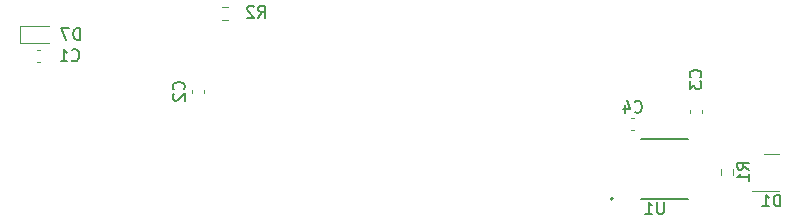
<source format=gbr>
%TF.GenerationSoftware,KiCad,Pcbnew,(6.0.1-0)*%
%TF.CreationDate,2023-02-28T13:35:45-05:00*%
%TF.ProjectId,Front Board,46726f6e-7420-4426-9f61-72642e6b6963,rev?*%
%TF.SameCoordinates,Original*%
%TF.FileFunction,Legend,Bot*%
%TF.FilePolarity,Positive*%
%FSLAX46Y46*%
G04 Gerber Fmt 4.6, Leading zero omitted, Abs format (unit mm)*
G04 Created by KiCad (PCBNEW (6.0.1-0)) date 2023-02-28 13:35:45*
%MOMM*%
%LPD*%
G01*
G04 APERTURE LIST*
%ADD10C,0.150000*%
%ADD11C,0.120000*%
%ADD12C,0.127000*%
%ADD13C,0.200000*%
G04 APERTURE END LIST*
D10*
%TO.C,R1*%
X177382380Y-78263333D02*
X176906190Y-77930000D01*
X177382380Y-77691904D02*
X176382380Y-77691904D01*
X176382380Y-78072857D01*
X176430000Y-78168095D01*
X176477619Y-78215714D01*
X176572857Y-78263333D01*
X176715714Y-78263333D01*
X176810952Y-78215714D01*
X176858571Y-78168095D01*
X176906190Y-78072857D01*
X176906190Y-77691904D01*
X177382380Y-79215714D02*
X177382380Y-78644285D01*
X177382380Y-78930000D02*
X176382380Y-78930000D01*
X176525238Y-78834761D01*
X176620476Y-78739523D01*
X176668095Y-78644285D01*
%TO.C,D7*%
X120713095Y-67277380D02*
X120713095Y-66277380D01*
X120475000Y-66277380D01*
X120332142Y-66325000D01*
X120236904Y-66420238D01*
X120189285Y-66515476D01*
X120141666Y-66705952D01*
X120141666Y-66848809D01*
X120189285Y-67039285D01*
X120236904Y-67134523D01*
X120332142Y-67229761D01*
X120475000Y-67277380D01*
X120713095Y-67277380D01*
X119808333Y-66277380D02*
X119141666Y-66277380D01*
X119570238Y-67277380D01*
%TO.C,C2*%
X129507142Y-71470833D02*
X129554761Y-71423214D01*
X129602380Y-71280357D01*
X129602380Y-71185119D01*
X129554761Y-71042261D01*
X129459523Y-70947023D01*
X129364285Y-70899404D01*
X129173809Y-70851785D01*
X129030952Y-70851785D01*
X128840476Y-70899404D01*
X128745238Y-70947023D01*
X128650000Y-71042261D01*
X128602380Y-71185119D01*
X128602380Y-71280357D01*
X128650000Y-71423214D01*
X128697619Y-71470833D01*
X128697619Y-71851785D02*
X128650000Y-71899404D01*
X128602380Y-71994642D01*
X128602380Y-72232738D01*
X128650000Y-72327976D01*
X128697619Y-72375595D01*
X128792857Y-72423214D01*
X128888095Y-72423214D01*
X129030952Y-72375595D01*
X129602380Y-71804166D01*
X129602380Y-72423214D01*
%TO.C,C1*%
X120041666Y-68982142D02*
X120089285Y-69029761D01*
X120232142Y-69077380D01*
X120327380Y-69077380D01*
X120470238Y-69029761D01*
X120565476Y-68934523D01*
X120613095Y-68839285D01*
X120660714Y-68648809D01*
X120660714Y-68505952D01*
X120613095Y-68315476D01*
X120565476Y-68220238D01*
X120470238Y-68125000D01*
X120327380Y-68077380D01*
X120232142Y-68077380D01*
X120089285Y-68125000D01*
X120041666Y-68172619D01*
X119089285Y-69077380D02*
X119660714Y-69077380D01*
X119375000Y-69077380D02*
X119375000Y-68077380D01*
X119470238Y-68220238D01*
X119565476Y-68315476D01*
X119660714Y-68363095D01*
%TO.C,U1*%
X170166904Y-81014380D02*
X170166904Y-81823904D01*
X170119285Y-81919142D01*
X170071666Y-81966761D01*
X169976428Y-82014380D01*
X169785952Y-82014380D01*
X169690714Y-81966761D01*
X169643095Y-81919142D01*
X169595476Y-81823904D01*
X169595476Y-81014380D01*
X168595476Y-82014380D02*
X169166904Y-82014380D01*
X168881190Y-82014380D02*
X168881190Y-81014380D01*
X168976428Y-81157238D01*
X169071666Y-81252476D01*
X169166904Y-81300095D01*
%TO.C,C4*%
X167704166Y-73357142D02*
X167751785Y-73404761D01*
X167894642Y-73452380D01*
X167989880Y-73452380D01*
X168132738Y-73404761D01*
X168227976Y-73309523D01*
X168275595Y-73214285D01*
X168323214Y-73023809D01*
X168323214Y-72880952D01*
X168275595Y-72690476D01*
X168227976Y-72595238D01*
X168132738Y-72500000D01*
X167989880Y-72452380D01*
X167894642Y-72452380D01*
X167751785Y-72500000D01*
X167704166Y-72547619D01*
X166847023Y-72785714D02*
X166847023Y-73452380D01*
X167085119Y-72404761D02*
X167323214Y-73119047D01*
X166704166Y-73119047D01*
%TO.C,D1*%
X180038095Y-81382380D02*
X180038095Y-80382380D01*
X179800000Y-80382380D01*
X179657142Y-80430000D01*
X179561904Y-80525238D01*
X179514285Y-80620476D01*
X179466666Y-80810952D01*
X179466666Y-80953809D01*
X179514285Y-81144285D01*
X179561904Y-81239523D01*
X179657142Y-81334761D01*
X179800000Y-81382380D01*
X180038095Y-81382380D01*
X178514285Y-81382380D02*
X179085714Y-81382380D01*
X178800000Y-81382380D02*
X178800000Y-80382380D01*
X178895238Y-80525238D01*
X178990476Y-80620476D01*
X179085714Y-80668095D01*
%TO.C,R2*%
X135841666Y-65402380D02*
X136175000Y-64926190D01*
X136413095Y-65402380D02*
X136413095Y-64402380D01*
X136032142Y-64402380D01*
X135936904Y-64450000D01*
X135889285Y-64497619D01*
X135841666Y-64592857D01*
X135841666Y-64735714D01*
X135889285Y-64830952D01*
X135936904Y-64878571D01*
X136032142Y-64926190D01*
X136413095Y-64926190D01*
X135460714Y-64497619D02*
X135413095Y-64450000D01*
X135317857Y-64402380D01*
X135079761Y-64402380D01*
X134984523Y-64450000D01*
X134936904Y-64497619D01*
X134889285Y-64592857D01*
X134889285Y-64688095D01*
X134936904Y-64830952D01*
X135508333Y-65402380D01*
X134889285Y-65402380D01*
%TO.C,C3*%
X173257142Y-70463333D02*
X173304761Y-70415714D01*
X173352380Y-70272857D01*
X173352380Y-70177619D01*
X173304761Y-70034761D01*
X173209523Y-69939523D01*
X173114285Y-69891904D01*
X172923809Y-69844285D01*
X172780952Y-69844285D01*
X172590476Y-69891904D01*
X172495238Y-69939523D01*
X172400000Y-70034761D01*
X172352380Y-70177619D01*
X172352380Y-70272857D01*
X172400000Y-70415714D01*
X172447619Y-70463333D01*
X172352380Y-70796666D02*
X172352380Y-71415714D01*
X172733333Y-71082380D01*
X172733333Y-71225238D01*
X172780952Y-71320476D01*
X172828571Y-71368095D01*
X172923809Y-71415714D01*
X173161904Y-71415714D01*
X173257142Y-71368095D01*
X173304761Y-71320476D01*
X173352380Y-71225238D01*
X173352380Y-70939523D01*
X173304761Y-70844285D01*
X173257142Y-70796666D01*
D11*
%TO.C,R1*%
X174977500Y-78684724D02*
X174977500Y-78175276D01*
X176022500Y-78684724D02*
X176022500Y-78175276D01*
%TO.C,D7*%
X118100000Y-67560000D02*
X115640000Y-67560000D01*
X115640000Y-66090000D02*
X118100000Y-66090000D01*
X115640000Y-67560000D02*
X115640000Y-66090000D01*
%TO.C,C2*%
X130240000Y-71783767D02*
X130240000Y-71491233D01*
X131260000Y-71783767D02*
X131260000Y-71491233D01*
%TO.C,C1*%
X117091233Y-68115000D02*
X117383767Y-68115000D01*
X117091233Y-69135000D02*
X117383767Y-69135000D01*
D12*
%TO.C,U1*%
X168200000Y-75710000D02*
X172200000Y-75710000D01*
X168200000Y-80750000D02*
X172200000Y-80750000D01*
D13*
X165855000Y-80725000D02*
G75*
G03*
X165855000Y-80725000I-100000J0D01*
G01*
D11*
%TO.C,C4*%
X167683767Y-73920000D02*
X167391233Y-73920000D01*
X167683767Y-74940000D02*
X167391233Y-74940000D01*
%TO.C,D1*%
X179300000Y-80090000D02*
X179950000Y-80090000D01*
X179300000Y-76970000D02*
X179950000Y-76970000D01*
X179300000Y-80090000D02*
X177625000Y-80090000D01*
X179300000Y-76970000D02*
X178650000Y-76970000D01*
%TO.C,R2*%
X133229724Y-64527500D02*
X132720276Y-64527500D01*
X133229724Y-65572500D02*
X132720276Y-65572500D01*
%TO.C,C3*%
X172390000Y-73513767D02*
X172390000Y-73221233D01*
X173410000Y-73513767D02*
X173410000Y-73221233D01*
%TD*%
M02*

</source>
